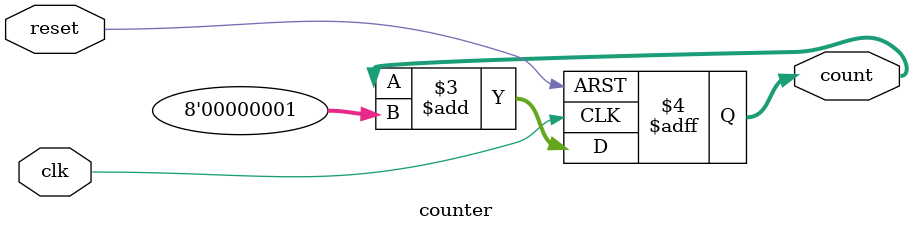
<source format=v>

`timescale 1ns / 1ns
module counter (count, clk, reset);
output [7:0] count;
input clk, reset;

reg [7:0] count;
parameter tpd_reset_to_count = 3;
parameter tpd_clk_to_count   = 2;

function [7:0] increment;
input [7:0] val;
reg [3:0] i;
reg carry;
  begin
    increment = val;
    carry = 1'b1;
    /* 
     * Exit this loop when carry == zero, OR all bits processed 
     */ 
    for (i = 4'b0; ((carry == 4'b1) && (i <= 7));  i = i+ 4'b1)
       begin
         increment[i] = val[i] ^ carry;
         carry = val[i] & carry;
       end
  end       
endfunction

/*
always @ (posedge clk or posedge reset)
  if (reset)
     count = #tpd_reset_to_count 8'h00;
  else
     count <= #tpd_clk_to_count increment(count);
*/

/***************************************************************** 
Use the following block to make the design synthesizable.
******************************************************************/

always @ (posedge clk or posedge reset)
  if (reset)
     count <= 8'h00;
  else
     count <= count + 8'h01;

endmodule

</source>
